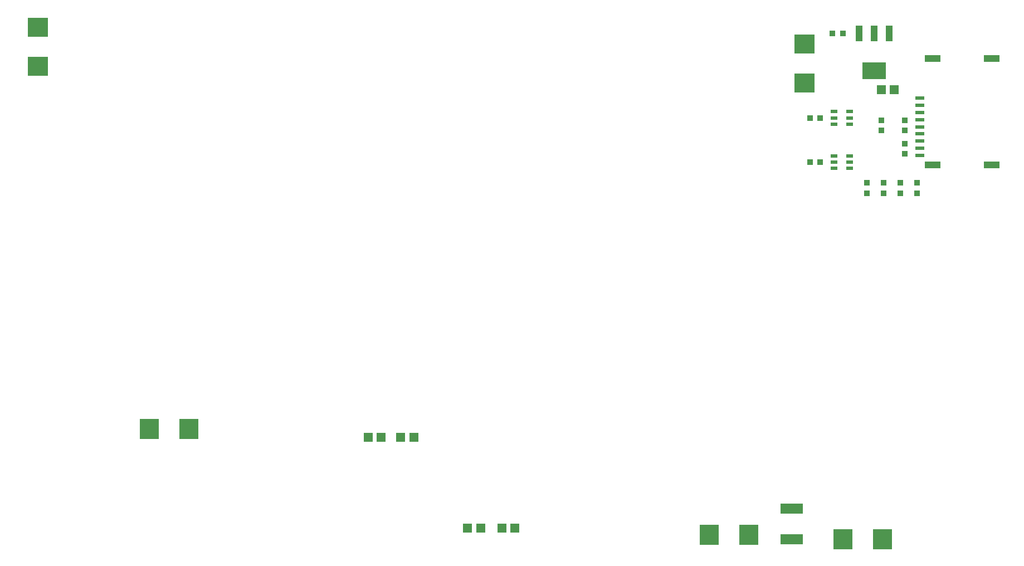
<source format=gtp>
G04 Layer: TopPasteMaskLayer*
G04 EasyEDA v6.5.39, 2024-02-04 17:57:03*
G04 f6d63844dc264826aa4dc6ae726a4a04,5509f98a9368439c9cde498926e245b9,10*
G04 Gerber Generator version 0.2*
G04 Scale: 100 percent, Rotated: No, Reflected: No *
G04 Dimensions in inches *
G04 leading zeros omitted , absolute positions ,3 integer and 6 decimal *
%FSLAX36Y36*%
%MOIN*%

%AMMACRO1*21,1,$1,$2,0,0,$3*%
%ADD10R,0.0394X0.0236*%
%ADD11MACRO1,0.0532X0.0555X90.0000*%
%ADD12MACRO1,0.0532X0.0555X-90.0000*%
%ADD13R,0.0360X0.0380*%
%ADD14R,0.0380X0.0360*%
%ADD15R,0.0386X0.0972*%
%ADD16MACRO1,0.1417X0.0972X0.0000*%
%ADD17R,0.1339X0.0591*%
%ADD18MACRO1,0.1102X0.1185X0.0000*%
%ADD19R,0.0945X0.0433*%
%ADD20R,0.0551X0.0244*%
%ADD21MACRO1,0.1102X0.1185X90.0000*%

%LPD*%
D10*
G01*
X6447240Y2867600D03*
G01*
X6447240Y2905000D03*
G01*
X6447240Y2942399D03*
G01*
X6352759Y2942399D03*
G01*
X6352759Y2905000D03*
G01*
X6352759Y2867600D03*
G01*
X6447240Y3132600D03*
G01*
X6447240Y3170000D03*
G01*
X6447240Y3207399D03*
G01*
X6352759Y3207399D03*
G01*
X6352759Y3170000D03*
G01*
X6352759Y3132600D03*
D11*
G01*
X3839375Y1259995D03*
G01*
X3760630Y1259995D03*
D12*
G01*
X4160630Y714995D03*
G01*
X4239375Y714995D03*
G01*
X3644375Y1259995D03*
G01*
X3565630Y1259995D03*
D11*
G01*
X4365630Y714995D03*
G01*
X4444375Y714995D03*
D12*
G01*
X6635630Y3339995D03*
G01*
X6714375Y3339995D03*
D13*
G01*
X6208509Y2905000D03*
G01*
X6271509Y2905000D03*
D14*
G01*
X6550000Y2781500D03*
G01*
X6550000Y2718499D03*
D15*
G01*
X6684600Y3676379D03*
G01*
X6594049Y3676379D03*
G01*
X6503490Y3676379D03*
D16*
G01*
X6594045Y3453150D03*
D17*
G01*
X6100000Y649259D03*
G01*
X6100000Y830749D03*
D18*
G01*
X5843110Y675000D03*
G01*
X5606889Y675000D03*
D19*
G01*
X6942489Y3525030D03*
G01*
X7296819Y3525030D03*
G01*
X7296819Y2889200D03*
G01*
X6942489Y2889200D03*
D20*
G01*
X6865050Y2943530D03*
G01*
X6865050Y2986840D03*
G01*
X6865050Y3030149D03*
G01*
X6865050Y3073460D03*
G01*
X6865050Y3116759D03*
G01*
X6865050Y3160070D03*
G01*
X6865050Y3203380D03*
G01*
X6865050Y3246680D03*
G01*
X6865050Y3289989D03*
D14*
G01*
X6635000Y3156500D03*
G01*
X6635000Y3093499D03*
G01*
X6775000Y3093510D03*
G01*
X6775000Y3156509D03*
D13*
G01*
X6343509Y3675000D03*
G01*
X6406509Y3675000D03*
G01*
X6208509Y3170000D03*
G01*
X6271509Y3170000D03*
D14*
G01*
X6775000Y3016500D03*
G01*
X6775000Y2953499D03*
G01*
X6850000Y2718499D03*
G01*
X6850000Y2781500D03*
G01*
X6750000Y2718499D03*
G01*
X6750000Y2781500D03*
G01*
X6650000Y2718499D03*
G01*
X6650000Y2781500D03*
D18*
G01*
X2256889Y1310000D03*
G01*
X2493110Y1310000D03*
G01*
X6406889Y650000D03*
G01*
X6643110Y650000D03*
D21*
G01*
X6175000Y3376890D03*
G01*
X6175000Y3613109D03*
G01*
X1590000Y3476890D03*
G01*
X1590000Y3713109D03*
M02*

</source>
